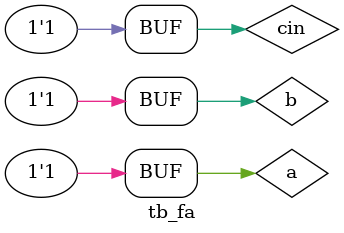
<source format=v>
module fulladder_1(A,B,CIN,S,COUT);
  input A,B,CIN;
output S,COUT;
assign S=A^B^CIN;
assign COUT=(A&B)|(B&CIN)|(A&CIN);
endmodule 
/////////1bit full adder/////
module tb_fa();
reg a,b,cin;
wire s,cout;
fulladder_1 f1(a,b,cin,s,cout);
initial
begin
a=0; b=0; cin=0;
#100;
a=0; b=0; cin=1;
#100;
a=1; b=0; cin=0;
#100;
a=1; b=0; cin=1;
#100;
a=1; b=1; cin=0;
#100;
a=1; b=1; cin=1;
end 
endmodule

</source>
